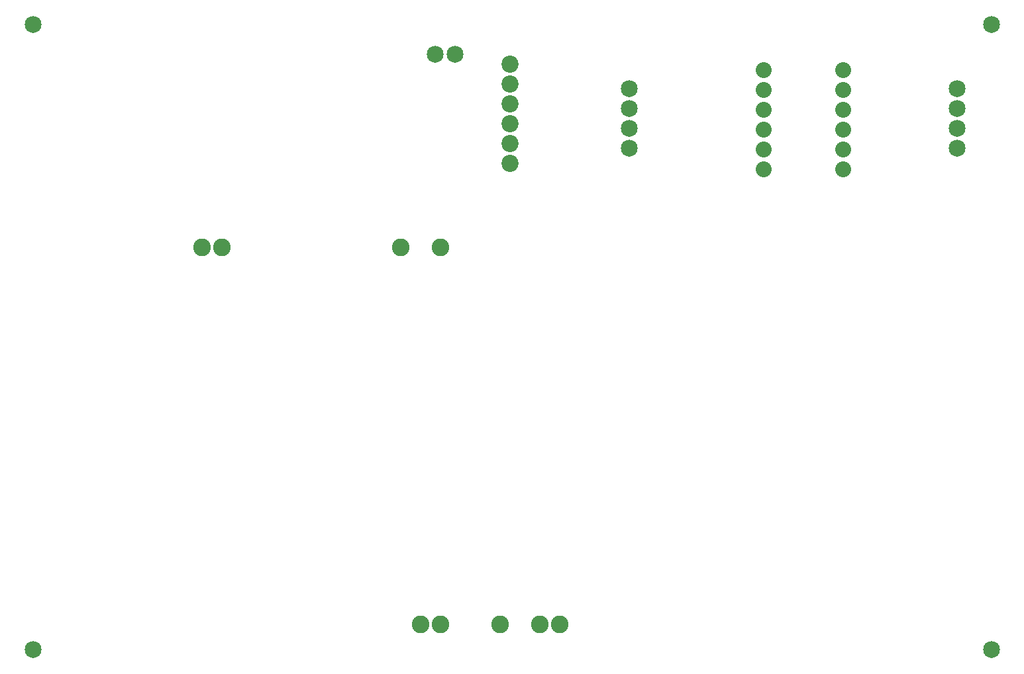
<source format=gbr>
G04 DesignSpark PCB Gerber Version 10.0 Build 5299*
G04 #@! TF.Part,Single*
G04 #@! TF.FileFunction,Soldermask,Bot*
G04 #@! TF.FilePolarity,Negative*
%FSLAX35Y35*%
%MOIN*%
G04 #@! TA.AperFunction,ComponentPad*
%ADD22C,0.08030*%
G04 #@! TA.AperFunction,WasherPad*
%ADD20C,0.08504*%
G04 #@! TA.AperFunction,ComponentPad*
%ADD23C,0.08630*%
G04 #@! TA.AperFunction,WasherPad*
%ADD21C,0.08898*%
G04 #@! TD.AperFunction*
X0Y0D02*
D02*
D20*
X25250Y22750D03*
Y337750D03*
X227750Y322750D03*
X237750D03*
X325250Y275250D03*
Y285250D03*
Y295250D03*
Y305250D03*
X490250Y275250D03*
Y285250D03*
Y295250D03*
Y305250D03*
X507750Y22750D03*
Y337750D03*
D02*
D21*
X110250Y225250D03*
X120250D03*
X210250D03*
X220250Y35250D03*
X230250D03*
Y225250D03*
X260250Y35250D03*
X280250D03*
X290250D03*
D02*
D22*
X393124Y264876D03*
Y274876D03*
Y284876D03*
Y294876D03*
Y304876D03*
Y314876D03*
X433124Y264876D03*
Y274876D03*
Y284876D03*
Y294876D03*
Y304876D03*
Y314876D03*
D02*
D23*
X265250Y267750D03*
Y277750D03*
Y287750D03*
Y297750D03*
Y307750D03*
Y317750D03*
X0Y0D02*
M02*

</source>
